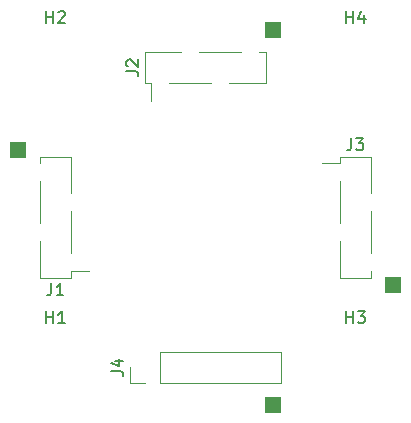
<source format=gbr>
%TF.GenerationSoftware,KiCad,Pcbnew,(5.99.0-3341-g150dc429c)*%
%TF.CreationDate,2020-09-14T09:08:56+02:00*%
%TF.ProjectId,loadCell,6c6f6164-4365-46c6-9c2e-6b696361645f,rev?*%
%TF.SameCoordinates,Original*%
%TF.FileFunction,Legend,Top*%
%TF.FilePolarity,Positive*%
%FSLAX46Y46*%
G04 Gerber Fmt 4.6, Leading zero omitted, Abs format (unit mm)*
G04 Created by KiCad (PCBNEW (5.99.0-3341-g150dc429c)) date 2020-09-14 09:08:56*
%MOMM*%
%LPD*%
G01*
G04 APERTURE LIST*
%ADD10C,0.100000*%
%ADD11C,0.150000*%
%ADD12C,0.120000*%
G04 APERTURE END LIST*
D10*
G36*
X111760000Y-45720000D02*
G01*
X110490000Y-45720000D01*
X110490000Y-44450000D01*
X111760000Y-44450000D01*
X111760000Y-45720000D01*
G37*
X111760000Y-45720000D02*
X110490000Y-45720000D01*
X110490000Y-44450000D01*
X111760000Y-44450000D01*
X111760000Y-45720000D01*
G36*
X133350000Y-35560000D02*
G01*
X132080000Y-35560000D01*
X132080000Y-34290000D01*
X133350000Y-34290000D01*
X133350000Y-35560000D01*
G37*
X133350000Y-35560000D02*
X132080000Y-35560000D01*
X132080000Y-34290000D01*
X133350000Y-34290000D01*
X133350000Y-35560000D01*
G36*
X143510000Y-57150000D02*
G01*
X142240000Y-57150000D01*
X142240000Y-55880000D01*
X143510000Y-55880000D01*
X143510000Y-57150000D01*
G37*
X143510000Y-57150000D02*
X142240000Y-57150000D01*
X142240000Y-55880000D01*
X143510000Y-55880000D01*
X143510000Y-57150000D01*
G36*
X133350000Y-67310000D02*
G01*
X132080000Y-67310000D01*
X132080000Y-66040000D01*
X133350000Y-66040000D01*
X133350000Y-67310000D01*
G37*
X133350000Y-67310000D02*
X132080000Y-67310000D01*
X132080000Y-66040000D01*
X133350000Y-66040000D01*
X133350000Y-67310000D01*
D11*
%TO.C,J4*%
X119042380Y-63833333D02*
X119756666Y-63833333D01*
X119899523Y-63880952D01*
X119994761Y-63976190D01*
X120042380Y-64119047D01*
X120042380Y-64214285D01*
X119375714Y-62928571D02*
X120042380Y-62928571D01*
X118994761Y-63166666D02*
X119709047Y-63404761D01*
X119709047Y-62785714D01*
%TO.C,J3*%
X139366666Y-44112380D02*
X139366666Y-44826666D01*
X139319047Y-44969523D01*
X139223809Y-45064761D01*
X139080952Y-45112380D01*
X138985714Y-45112380D01*
X139747619Y-44112380D02*
X140366666Y-44112380D01*
X140033333Y-44493333D01*
X140176190Y-44493333D01*
X140271428Y-44540952D01*
X140319047Y-44588571D01*
X140366666Y-44683809D01*
X140366666Y-44921904D01*
X140319047Y-45017142D01*
X140271428Y-45064761D01*
X140176190Y-45112380D01*
X139890476Y-45112380D01*
X139795238Y-45064761D01*
X139747619Y-45017142D01*
%TO.C,J2*%
X120312380Y-38433333D02*
X121026666Y-38433333D01*
X121169523Y-38480952D01*
X121264761Y-38576190D01*
X121312380Y-38719047D01*
X121312380Y-38814285D01*
X120407619Y-38004761D02*
X120360000Y-37957142D01*
X120312380Y-37861904D01*
X120312380Y-37623809D01*
X120360000Y-37528571D01*
X120407619Y-37480952D01*
X120502857Y-37433333D01*
X120598095Y-37433333D01*
X120740952Y-37480952D01*
X121312380Y-38052380D01*
X121312380Y-37433333D01*
%TO.C,J1*%
X113966666Y-56392380D02*
X113966666Y-57106666D01*
X113919047Y-57249523D01*
X113823809Y-57344761D01*
X113680952Y-57392380D01*
X113585714Y-57392380D01*
X114966666Y-57392380D02*
X114395238Y-57392380D01*
X114680952Y-57392380D02*
X114680952Y-56392380D01*
X114585714Y-56535238D01*
X114490476Y-56630476D01*
X114395238Y-56678095D01*
%TO.C,H4*%
X138938095Y-34352380D02*
X138938095Y-33352380D01*
X138938095Y-33828571D02*
X139509523Y-33828571D01*
X139509523Y-34352380D02*
X139509523Y-33352380D01*
X140414285Y-33685714D02*
X140414285Y-34352380D01*
X140176190Y-33304761D02*
X139938095Y-34019047D01*
X140557142Y-34019047D01*
%TO.C,H3*%
X138938095Y-59752380D02*
X138938095Y-58752380D01*
X138938095Y-59228571D02*
X139509523Y-59228571D01*
X139509523Y-59752380D02*
X139509523Y-58752380D01*
X139890476Y-58752380D02*
X140509523Y-58752380D01*
X140176190Y-59133333D01*
X140319047Y-59133333D01*
X140414285Y-59180952D01*
X140461904Y-59228571D01*
X140509523Y-59323809D01*
X140509523Y-59561904D01*
X140461904Y-59657142D01*
X140414285Y-59704761D01*
X140319047Y-59752380D01*
X140033333Y-59752380D01*
X139938095Y-59704761D01*
X139890476Y-59657142D01*
%TO.C,H2*%
X113538095Y-34352380D02*
X113538095Y-33352380D01*
X113538095Y-33828571D02*
X114109523Y-33828571D01*
X114109523Y-34352380D02*
X114109523Y-33352380D01*
X114538095Y-33447619D02*
X114585714Y-33400000D01*
X114680952Y-33352380D01*
X114919047Y-33352380D01*
X115014285Y-33400000D01*
X115061904Y-33447619D01*
X115109523Y-33542857D01*
X115109523Y-33638095D01*
X115061904Y-33780952D01*
X114490476Y-34352380D01*
X115109523Y-34352380D01*
%TO.C,H1*%
X113538095Y-59752380D02*
X113538095Y-58752380D01*
X113538095Y-59228571D02*
X114109523Y-59228571D01*
X114109523Y-59752380D02*
X114109523Y-58752380D01*
X115109523Y-59752380D02*
X114538095Y-59752380D01*
X114823809Y-59752380D02*
X114823809Y-58752380D01*
X114728571Y-58895238D01*
X114633333Y-58990476D01*
X114538095Y-59038095D01*
D12*
%TO.C,J4*%
X120590000Y-64830000D02*
X120590000Y-63500000D01*
X121920000Y-64830000D02*
X120590000Y-64830000D01*
X123190000Y-64830000D02*
X123190000Y-62170000D01*
X123190000Y-62170000D02*
X133410000Y-62170000D01*
X123190000Y-64830000D02*
X133410000Y-64830000D01*
X133410000Y-64830000D02*
X133410000Y-62170000D01*
%TO.C,J3*%
X138370000Y-52830000D02*
X138370000Y-55940000D01*
X138370000Y-47750000D02*
X138370000Y-51310000D01*
X141030000Y-50290000D02*
X141030000Y-53850000D01*
X141030000Y-55370000D02*
X141030000Y-55940000D01*
X138370000Y-45660000D02*
X138370000Y-46230000D01*
X138370000Y-46230000D02*
X136850000Y-46230000D01*
X141030000Y-45660000D02*
X141030000Y-48770000D01*
X138370000Y-55940000D02*
X141030000Y-55940000D01*
X138370000Y-45660000D02*
X141030000Y-45660000D01*
%TO.C,J2*%
X129030000Y-39430000D02*
X132140000Y-39430000D01*
X123950000Y-39430000D02*
X127510000Y-39430000D01*
X126490000Y-36770000D02*
X130050000Y-36770000D01*
X131570000Y-36770000D02*
X132140000Y-36770000D01*
X121860000Y-39430000D02*
X122430000Y-39430000D01*
X122430000Y-39430000D02*
X122430000Y-40950000D01*
X121860000Y-36770000D02*
X124970000Y-36770000D01*
X132140000Y-39430000D02*
X132140000Y-36770000D01*
X121860000Y-39430000D02*
X121860000Y-36770000D01*
%TO.C,J1*%
X115630000Y-48770000D02*
X115630000Y-45660000D01*
X115630000Y-53850000D02*
X115630000Y-50290000D01*
X112970000Y-51310000D02*
X112970000Y-47750000D01*
X112970000Y-46230000D02*
X112970000Y-45660000D01*
X115630000Y-55940000D02*
X115630000Y-55370000D01*
X115630000Y-55370000D02*
X117150000Y-55370000D01*
X112970000Y-55940000D02*
X112970000Y-52830000D01*
X115630000Y-45660000D02*
X112970000Y-45660000D01*
X115630000Y-55940000D02*
X112970000Y-55940000D01*
%TD*%
M02*

</source>
